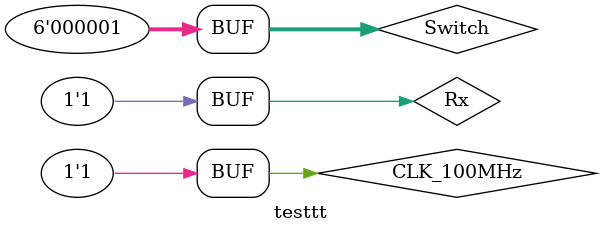
<source format=v>
`timescale 1ns / 1ps


module testtt;

	// Inputs
	reg CLK_100MHz;
	reg [5:0] Switch;
	reg Rx;

	// Outputs
	wire Tx;
	wire [0:7] LED;
	wire [7:0] SevenSegment;
	wire [2:0] SevenSegmentEnable;

	// Instantiate the Unit Under Test (UUT)
	uart_demo uut (
		.CLK_100MHz(CLK_100MHz), 
		.Switch(Switch), 
		.Rx(Rx), 
		.Tx(Tx), 
		.LED(LED), 
		.SevenSegment(SevenSegment), 
		.SevenSegmentEnable(SevenSegmentEnable)
	);

	initial begin
		// Initialize Inputs
		CLK_100MHz = 0;
		Switch = 0;
		Rx = 0;

		// Wait 100 ns for global reset to finish
		#100;
        
		// Add stimulus here
		CLK_100MHz = 1;
		Switch = 1;
		Rx = 1;

	end
      
endmodule


</source>
